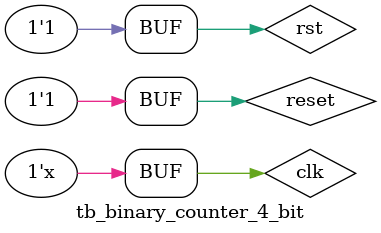
<source format=v>
`timescale 1ns / 1ps


/*
	* Assignment-5
	* Problem - 1
	* Semester - 5 (Autumn)
	* Group - 56
	* Group members - Utsav Mehta (20CS10069) and Vibhu (20CS10072)
*/
module tb_binary_counter_4_bit;

	// Inputs
	reg clk=0;
	reg reset=1;

	// Outputs
	wire [3:0] cntr;

	// Instantiate the Unit Under Test (UUT)
	binary_counter_4_bit uut (
		.clk100mhz(clk), 
		.switch(switch), 
		.reset(reset), 
		.cntr(cntr)
	);

	always #5 clk = ~clk;

	initial begin
		#500 rst = 0;
		#500 rst=1;

	end
      
endmodule


</source>
